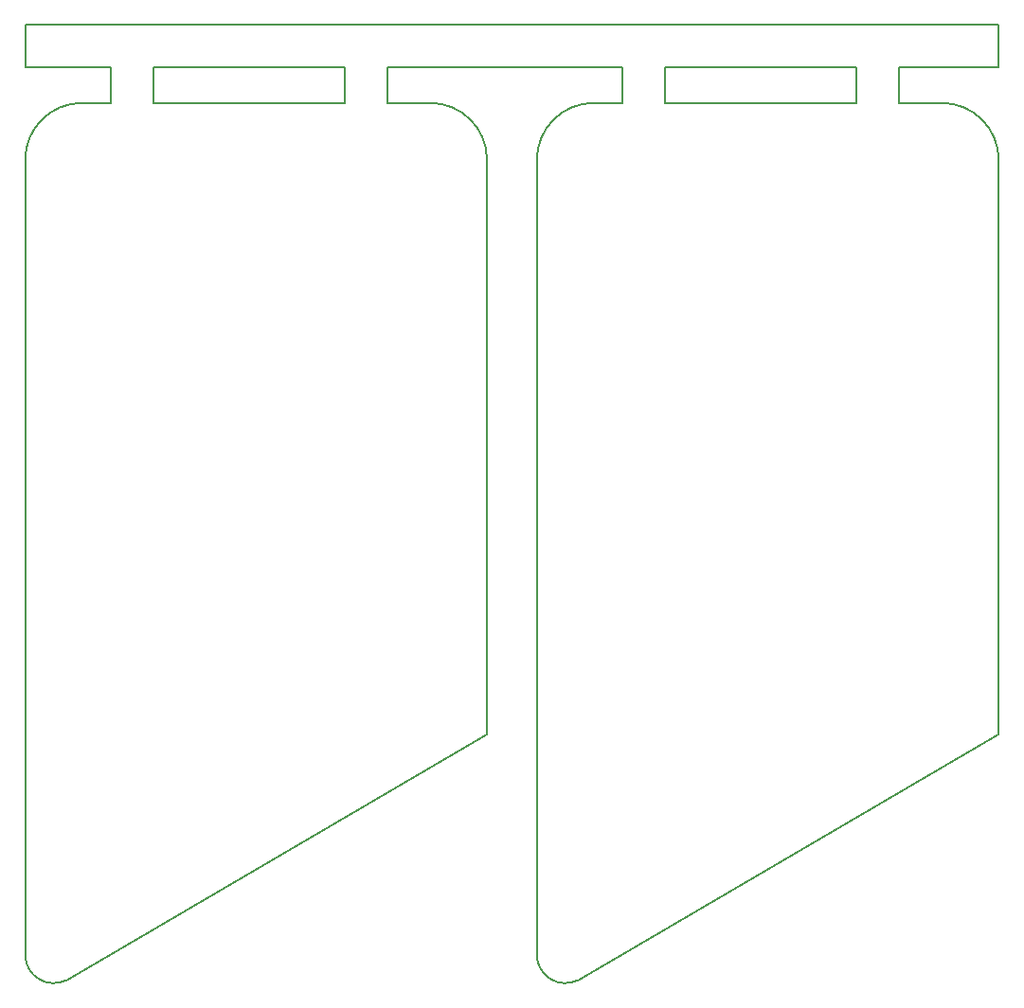
<source format=gm1>
%TF.GenerationSoftware,KiCad,Pcbnew,(6.0.5-0)*%
%TF.CreationDate,2023-02-12T11:18:59+09:00*%
%TF.ProjectId,MTCH6102_breakout_panel,4d544348-3631-4303-925f-627265616b6f,rev?*%
%TF.SameCoordinates,Original*%
%TF.FileFunction,Profile,NP*%
%FSLAX46Y46*%
G04 Gerber Fmt 4.6, Leading zero omitted, Abs format (unit mm)*
G04 Created by KiCad (PCBNEW (6.0.5-0)) date 2023-02-12 11:18:59*
%MOMM*%
%LPD*%
G01*
G04 APERTURE LIST*
%TA.AperFunction,Profile*%
%ADD10C,0.150000*%
%TD*%
G04 APERTURE END LIST*
D10*
X151212600Y-171050000D02*
X151212600Y-99930000D01*
X156292600Y-94850000D02*
G75*
G03*
X151212600Y-99930000I0J-5080000D01*
G01*
X151212600Y-171050000D02*
G75*
G03*
X154888523Y-173321845I2540000J0D01*
G01*
X179805100Y-94850000D02*
X162660100Y-94850000D01*
X192487600Y-99930000D02*
G75*
G03*
X187407600Y-94850000I-5080000J0D01*
G01*
X156292600Y-94850000D02*
X158850100Y-94850000D01*
X192487600Y-151365000D02*
X192487600Y-99930000D01*
X187407600Y-94850000D02*
X183615100Y-94850000D01*
X192487600Y-151365000D02*
X154888523Y-173321845D01*
X110562500Y-94850000D02*
X113120000Y-94850000D01*
X116930000Y-91675000D02*
X116930000Y-94850000D01*
X146757500Y-99930000D02*
G75*
G03*
X141677500Y-94850000I-5080000J0D01*
G01*
X137885000Y-91675000D02*
X158840000Y-91675000D01*
X134075000Y-94850000D02*
X116930000Y-94850000D01*
X105482500Y-171050000D02*
G75*
G03*
X109158423Y-173321845I2540000J0D01*
G01*
X110562500Y-94850000D02*
G75*
G03*
X105482500Y-99930000I0J-5080000D01*
G01*
X192495000Y-87865000D02*
X105500000Y-87865000D01*
X105500000Y-91675000D02*
X113120000Y-91675000D01*
X105482500Y-171050000D02*
X105482500Y-99930000D01*
X137885000Y-94850000D02*
X137885000Y-91675000D01*
X146757500Y-151365000D02*
X109158423Y-173321845D01*
X162650000Y-91675000D02*
X162650000Y-94850000D01*
X158840000Y-94850000D02*
X158840000Y-91675000D01*
X183605000Y-94850000D02*
X183605000Y-91675000D01*
X113120000Y-94850000D02*
X113120000Y-91675000D01*
X162650000Y-91675000D02*
X179795000Y-91675000D01*
X116930000Y-91675000D02*
X134075000Y-91675000D01*
X105500000Y-87865000D02*
X105500000Y-91675000D01*
X192495000Y-91675000D02*
X192495000Y-87865000D01*
X183605000Y-91675000D02*
X192495000Y-91675000D01*
X141677500Y-94850000D02*
X137885000Y-94850000D01*
X146757500Y-151365000D02*
X146757500Y-99930000D01*
X134075000Y-91675000D02*
X134075000Y-94850000D01*
X179795000Y-91675000D02*
X179795000Y-94850000D01*
M02*

</source>
